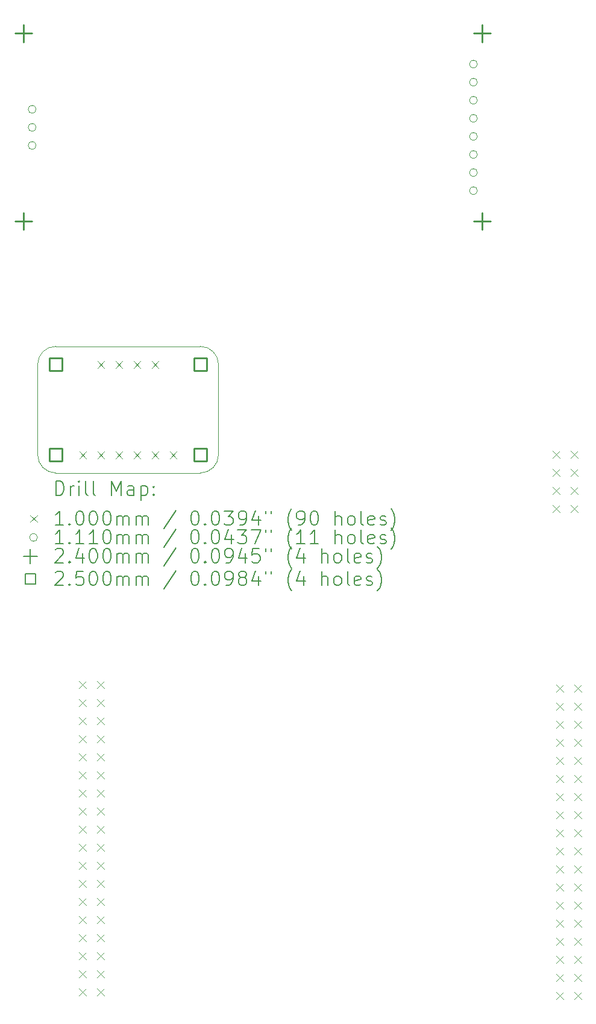
<source format=gbr>
%TF.GenerationSoftware,KiCad,Pcbnew,8.0.5*%
%TF.CreationDate,2024-11-09T14:32:33-07:00*%
%TF.ProjectId,Senior_Project_Schematic_Design,53656e69-6f72-45f5-9072-6f6a6563745f,rev?*%
%TF.SameCoordinates,Original*%
%TF.FileFunction,Drillmap*%
%TF.FilePolarity,Positive*%
%FSLAX45Y45*%
G04 Gerber Fmt 4.5, Leading zero omitted, Abs format (unit mm)*
G04 Created by KiCad (PCBNEW 8.0.5) date 2024-11-09 14:32:33*
%MOMM*%
%LPD*%
G01*
G04 APERTURE LIST*
%ADD10C,0.050000*%
%ADD11C,0.200000*%
%ADD12C,0.100000*%
%ADD13C,0.111000*%
%ADD14C,0.240000*%
%ADD15C,0.250000*%
G04 APERTURE END LIST*
D10*
X4365000Y-8280000D02*
X4365000Y-9550000D01*
X4619000Y-9804000D02*
X6651000Y-9804000D01*
X6651000Y-8026000D02*
X4619000Y-8026000D01*
X6905000Y-9550000D02*
X6905000Y-8280000D01*
X4365000Y-8280000D02*
G75*
G02*
X4619000Y-8026000I254000J0D01*
G01*
X4619000Y-9804000D02*
G75*
G02*
X4365000Y-9550000I0J254000D01*
G01*
X6651000Y-8026000D02*
G75*
G02*
X6905000Y-8280000I0J-254000D01*
G01*
X6905000Y-9550000D02*
G75*
G02*
X6651000Y-9804000I-254000J0D01*
G01*
D11*
D12*
X4946000Y-12732000D02*
X5046000Y-12832000D01*
X5046000Y-12732000D02*
X4946000Y-12832000D01*
X4946000Y-12986000D02*
X5046000Y-13086000D01*
X5046000Y-12986000D02*
X4946000Y-13086000D01*
X4946000Y-13240000D02*
X5046000Y-13340000D01*
X5046000Y-13240000D02*
X4946000Y-13340000D01*
X4946000Y-13494000D02*
X5046000Y-13594000D01*
X5046000Y-13494000D02*
X4946000Y-13594000D01*
X4946000Y-13748000D02*
X5046000Y-13848000D01*
X5046000Y-13748000D02*
X4946000Y-13848000D01*
X4946000Y-14002000D02*
X5046000Y-14102000D01*
X5046000Y-14002000D02*
X4946000Y-14102000D01*
X4946000Y-14256000D02*
X5046000Y-14356000D01*
X5046000Y-14256000D02*
X4946000Y-14356000D01*
X4946000Y-14510000D02*
X5046000Y-14610000D01*
X5046000Y-14510000D02*
X4946000Y-14610000D01*
X4946000Y-14764000D02*
X5046000Y-14864000D01*
X5046000Y-14764000D02*
X4946000Y-14864000D01*
X4946000Y-15018000D02*
X5046000Y-15118000D01*
X5046000Y-15018000D02*
X4946000Y-15118000D01*
X4946000Y-15272000D02*
X5046000Y-15372000D01*
X5046000Y-15272000D02*
X4946000Y-15372000D01*
X4946000Y-15526000D02*
X5046000Y-15626000D01*
X5046000Y-15526000D02*
X4946000Y-15626000D01*
X4946000Y-15780000D02*
X5046000Y-15880000D01*
X5046000Y-15780000D02*
X4946000Y-15880000D01*
X4946000Y-16034000D02*
X5046000Y-16134000D01*
X5046000Y-16034000D02*
X4946000Y-16134000D01*
X4946000Y-16288000D02*
X5046000Y-16388000D01*
X5046000Y-16288000D02*
X4946000Y-16388000D01*
X4946000Y-16542000D02*
X5046000Y-16642000D01*
X5046000Y-16542000D02*
X4946000Y-16642000D01*
X4946000Y-16796000D02*
X5046000Y-16896000D01*
X5046000Y-16796000D02*
X4946000Y-16896000D01*
X4946000Y-17050000D02*
X5046000Y-17150000D01*
X5046000Y-17050000D02*
X4946000Y-17150000D01*
X4950000Y-9500000D02*
X5050000Y-9600000D01*
X5050000Y-9500000D02*
X4950000Y-9600000D01*
X5200000Y-12732000D02*
X5300000Y-12832000D01*
X5300000Y-12732000D02*
X5200000Y-12832000D01*
X5200000Y-12986000D02*
X5300000Y-13086000D01*
X5300000Y-12986000D02*
X5200000Y-13086000D01*
X5200000Y-13240000D02*
X5300000Y-13340000D01*
X5300000Y-13240000D02*
X5200000Y-13340000D01*
X5200000Y-13494000D02*
X5300000Y-13594000D01*
X5300000Y-13494000D02*
X5200000Y-13594000D01*
X5200000Y-13748000D02*
X5300000Y-13848000D01*
X5300000Y-13748000D02*
X5200000Y-13848000D01*
X5200000Y-14002000D02*
X5300000Y-14102000D01*
X5300000Y-14002000D02*
X5200000Y-14102000D01*
X5200000Y-14256000D02*
X5300000Y-14356000D01*
X5300000Y-14256000D02*
X5200000Y-14356000D01*
X5200000Y-14510000D02*
X5300000Y-14610000D01*
X5300000Y-14510000D02*
X5200000Y-14610000D01*
X5200000Y-14764000D02*
X5300000Y-14864000D01*
X5300000Y-14764000D02*
X5200000Y-14864000D01*
X5200000Y-15018000D02*
X5300000Y-15118000D01*
X5300000Y-15018000D02*
X5200000Y-15118000D01*
X5200000Y-15272000D02*
X5300000Y-15372000D01*
X5300000Y-15272000D02*
X5200000Y-15372000D01*
X5200000Y-15526000D02*
X5300000Y-15626000D01*
X5300000Y-15526000D02*
X5200000Y-15626000D01*
X5200000Y-15780000D02*
X5300000Y-15880000D01*
X5300000Y-15780000D02*
X5200000Y-15880000D01*
X5200000Y-16034000D02*
X5300000Y-16134000D01*
X5300000Y-16034000D02*
X5200000Y-16134000D01*
X5200000Y-16288000D02*
X5300000Y-16388000D01*
X5300000Y-16288000D02*
X5200000Y-16388000D01*
X5200000Y-16542000D02*
X5300000Y-16642000D01*
X5300000Y-16542000D02*
X5200000Y-16642000D01*
X5200000Y-16796000D02*
X5300000Y-16896000D01*
X5300000Y-16796000D02*
X5200000Y-16896000D01*
X5200000Y-17050000D02*
X5300000Y-17150000D01*
X5300000Y-17050000D02*
X5200000Y-17150000D01*
X5204000Y-8230000D02*
X5304000Y-8330000D01*
X5304000Y-8230000D02*
X5204000Y-8330000D01*
X5204000Y-9500000D02*
X5304000Y-9600000D01*
X5304000Y-9500000D02*
X5204000Y-9600000D01*
X5458000Y-8230000D02*
X5558000Y-8330000D01*
X5558000Y-8230000D02*
X5458000Y-8330000D01*
X5458000Y-9500000D02*
X5558000Y-9600000D01*
X5558000Y-9500000D02*
X5458000Y-9600000D01*
X5712000Y-8230000D02*
X5812000Y-8330000D01*
X5812000Y-8230000D02*
X5712000Y-8330000D01*
X5712000Y-9500000D02*
X5812000Y-9600000D01*
X5812000Y-9500000D02*
X5712000Y-9600000D01*
X5966000Y-8230000D02*
X6066000Y-8330000D01*
X6066000Y-8230000D02*
X5966000Y-8330000D01*
X5966000Y-9500000D02*
X6066000Y-9600000D01*
X6066000Y-9500000D02*
X5966000Y-9600000D01*
X6220000Y-9500000D02*
X6320000Y-9600000D01*
X6320000Y-9500000D02*
X6220000Y-9600000D01*
X11600000Y-9496000D02*
X11700000Y-9596000D01*
X11700000Y-9496000D02*
X11600000Y-9596000D01*
X11600000Y-9750000D02*
X11700000Y-9850000D01*
X11700000Y-9750000D02*
X11600000Y-9850000D01*
X11600000Y-10004000D02*
X11700000Y-10104000D01*
X11700000Y-10004000D02*
X11600000Y-10104000D01*
X11600000Y-10258000D02*
X11700000Y-10358000D01*
X11700000Y-10258000D02*
X11600000Y-10358000D01*
X11650000Y-12780000D02*
X11750000Y-12880000D01*
X11750000Y-12780000D02*
X11650000Y-12880000D01*
X11650000Y-13034000D02*
X11750000Y-13134000D01*
X11750000Y-13034000D02*
X11650000Y-13134000D01*
X11650000Y-13288000D02*
X11750000Y-13388000D01*
X11750000Y-13288000D02*
X11650000Y-13388000D01*
X11650000Y-13542000D02*
X11750000Y-13642000D01*
X11750000Y-13542000D02*
X11650000Y-13642000D01*
X11650000Y-13796000D02*
X11750000Y-13896000D01*
X11750000Y-13796000D02*
X11650000Y-13896000D01*
X11650000Y-14050000D02*
X11750000Y-14150000D01*
X11750000Y-14050000D02*
X11650000Y-14150000D01*
X11650000Y-14304000D02*
X11750000Y-14404000D01*
X11750000Y-14304000D02*
X11650000Y-14404000D01*
X11650000Y-14558000D02*
X11750000Y-14658000D01*
X11750000Y-14558000D02*
X11650000Y-14658000D01*
X11650000Y-14812000D02*
X11750000Y-14912000D01*
X11750000Y-14812000D02*
X11650000Y-14912000D01*
X11650000Y-15066000D02*
X11750000Y-15166000D01*
X11750000Y-15066000D02*
X11650000Y-15166000D01*
X11650000Y-15320000D02*
X11750000Y-15420000D01*
X11750000Y-15320000D02*
X11650000Y-15420000D01*
X11650000Y-15574000D02*
X11750000Y-15674000D01*
X11750000Y-15574000D02*
X11650000Y-15674000D01*
X11650000Y-15828000D02*
X11750000Y-15928000D01*
X11750000Y-15828000D02*
X11650000Y-15928000D01*
X11650000Y-16082000D02*
X11750000Y-16182000D01*
X11750000Y-16082000D02*
X11650000Y-16182000D01*
X11650000Y-16336000D02*
X11750000Y-16436000D01*
X11750000Y-16336000D02*
X11650000Y-16436000D01*
X11650000Y-16590000D02*
X11750000Y-16690000D01*
X11750000Y-16590000D02*
X11650000Y-16690000D01*
X11650000Y-16844000D02*
X11750000Y-16944000D01*
X11750000Y-16844000D02*
X11650000Y-16944000D01*
X11650000Y-17098000D02*
X11750000Y-17198000D01*
X11750000Y-17098000D02*
X11650000Y-17198000D01*
X11854000Y-9496000D02*
X11954000Y-9596000D01*
X11954000Y-9496000D02*
X11854000Y-9596000D01*
X11854000Y-9750000D02*
X11954000Y-9850000D01*
X11954000Y-9750000D02*
X11854000Y-9850000D01*
X11854000Y-10004000D02*
X11954000Y-10104000D01*
X11954000Y-10004000D02*
X11854000Y-10104000D01*
X11854000Y-10258000D02*
X11954000Y-10358000D01*
X11954000Y-10258000D02*
X11854000Y-10358000D01*
X11904000Y-12780000D02*
X12004000Y-12880000D01*
X12004000Y-12780000D02*
X11904000Y-12880000D01*
X11904000Y-13034000D02*
X12004000Y-13134000D01*
X12004000Y-13034000D02*
X11904000Y-13134000D01*
X11904000Y-13288000D02*
X12004000Y-13388000D01*
X12004000Y-13288000D02*
X11904000Y-13388000D01*
X11904000Y-13542000D02*
X12004000Y-13642000D01*
X12004000Y-13542000D02*
X11904000Y-13642000D01*
X11904000Y-13796000D02*
X12004000Y-13896000D01*
X12004000Y-13796000D02*
X11904000Y-13896000D01*
X11904000Y-14050000D02*
X12004000Y-14150000D01*
X12004000Y-14050000D02*
X11904000Y-14150000D01*
X11904000Y-14304000D02*
X12004000Y-14404000D01*
X12004000Y-14304000D02*
X11904000Y-14404000D01*
X11904000Y-14558000D02*
X12004000Y-14658000D01*
X12004000Y-14558000D02*
X11904000Y-14658000D01*
X11904000Y-14812000D02*
X12004000Y-14912000D01*
X12004000Y-14812000D02*
X11904000Y-14912000D01*
X11904000Y-15066000D02*
X12004000Y-15166000D01*
X12004000Y-15066000D02*
X11904000Y-15166000D01*
X11904000Y-15320000D02*
X12004000Y-15420000D01*
X12004000Y-15320000D02*
X11904000Y-15420000D01*
X11904000Y-15574000D02*
X12004000Y-15674000D01*
X12004000Y-15574000D02*
X11904000Y-15674000D01*
X11904000Y-15828000D02*
X12004000Y-15928000D01*
X12004000Y-15828000D02*
X11904000Y-15928000D01*
X11904000Y-16082000D02*
X12004000Y-16182000D01*
X12004000Y-16082000D02*
X11904000Y-16182000D01*
X11904000Y-16336000D02*
X12004000Y-16436000D01*
X12004000Y-16336000D02*
X11904000Y-16436000D01*
X11904000Y-16590000D02*
X12004000Y-16690000D01*
X12004000Y-16590000D02*
X11904000Y-16690000D01*
X11904000Y-16844000D02*
X12004000Y-16944000D01*
X12004000Y-16844000D02*
X11904000Y-16944000D01*
X11904000Y-17098000D02*
X12004000Y-17198000D01*
X12004000Y-17098000D02*
X11904000Y-17198000D01*
D13*
X4343000Y-4696000D02*
G75*
G02*
X4232000Y-4696000I-55500J0D01*
G01*
X4232000Y-4696000D02*
G75*
G02*
X4343000Y-4696000I55500J0D01*
G01*
X4343000Y-4950000D02*
G75*
G02*
X4232000Y-4950000I-55500J0D01*
G01*
X4232000Y-4950000D02*
G75*
G02*
X4343000Y-4950000I55500J0D01*
G01*
X4343000Y-5204000D02*
G75*
G02*
X4232000Y-5204000I-55500J0D01*
G01*
X4232000Y-5204000D02*
G75*
G02*
X4343000Y-5204000I55500J0D01*
G01*
X10543000Y-4061000D02*
G75*
G02*
X10432000Y-4061000I-55500J0D01*
G01*
X10432000Y-4061000D02*
G75*
G02*
X10543000Y-4061000I55500J0D01*
G01*
X10543000Y-4315000D02*
G75*
G02*
X10432000Y-4315000I-55500J0D01*
G01*
X10432000Y-4315000D02*
G75*
G02*
X10543000Y-4315000I55500J0D01*
G01*
X10543000Y-4569000D02*
G75*
G02*
X10432000Y-4569000I-55500J0D01*
G01*
X10432000Y-4569000D02*
G75*
G02*
X10543000Y-4569000I55500J0D01*
G01*
X10543000Y-4823000D02*
G75*
G02*
X10432000Y-4823000I-55500J0D01*
G01*
X10432000Y-4823000D02*
G75*
G02*
X10543000Y-4823000I55500J0D01*
G01*
X10543000Y-5077000D02*
G75*
G02*
X10432000Y-5077000I-55500J0D01*
G01*
X10432000Y-5077000D02*
G75*
G02*
X10543000Y-5077000I55500J0D01*
G01*
X10543000Y-5331000D02*
G75*
G02*
X10432000Y-5331000I-55500J0D01*
G01*
X10432000Y-5331000D02*
G75*
G02*
X10543000Y-5331000I55500J0D01*
G01*
X10543000Y-5585000D02*
G75*
G02*
X10432000Y-5585000I-55500J0D01*
G01*
X10432000Y-5585000D02*
G75*
G02*
X10543000Y-5585000I55500J0D01*
G01*
X10543000Y-5839000D02*
G75*
G02*
X10432000Y-5839000I-55500J0D01*
G01*
X10432000Y-5839000D02*
G75*
G02*
X10543000Y-5839000I55500J0D01*
G01*
D14*
X4167500Y-3510000D02*
X4167500Y-3750000D01*
X4047500Y-3630000D02*
X4287500Y-3630000D01*
X4167500Y-6150000D02*
X4167500Y-6390000D01*
X4047500Y-6270000D02*
X4287500Y-6270000D01*
X10607500Y-3510000D02*
X10607500Y-3750000D01*
X10487500Y-3630000D02*
X10727500Y-3630000D01*
X10607500Y-6150000D02*
X10607500Y-6390000D01*
X10487500Y-6270000D02*
X10727500Y-6270000D01*
D15*
X4707389Y-8368389D02*
X4707389Y-8191611D01*
X4530611Y-8191611D01*
X4530611Y-8368389D01*
X4707389Y-8368389D01*
X4707389Y-9638389D02*
X4707389Y-9461611D01*
X4530611Y-9461611D01*
X4530611Y-9638389D01*
X4707389Y-9638389D01*
X6739389Y-8368389D02*
X6739389Y-8191611D01*
X6562611Y-8191611D01*
X6562611Y-8368389D01*
X6739389Y-8368389D01*
X6739389Y-9638389D02*
X6739389Y-9461611D01*
X6562611Y-9461611D01*
X6562611Y-9638389D01*
X6739389Y-9638389D01*
D11*
X4623277Y-10117984D02*
X4623277Y-9917984D01*
X4623277Y-9917984D02*
X4670896Y-9917984D01*
X4670896Y-9917984D02*
X4699467Y-9927508D01*
X4699467Y-9927508D02*
X4718515Y-9946555D01*
X4718515Y-9946555D02*
X4728039Y-9965603D01*
X4728039Y-9965603D02*
X4737563Y-10003698D01*
X4737563Y-10003698D02*
X4737563Y-10032270D01*
X4737563Y-10032270D02*
X4728039Y-10070365D01*
X4728039Y-10070365D02*
X4718515Y-10089412D01*
X4718515Y-10089412D02*
X4699467Y-10108460D01*
X4699467Y-10108460D02*
X4670896Y-10117984D01*
X4670896Y-10117984D02*
X4623277Y-10117984D01*
X4823277Y-10117984D02*
X4823277Y-9984650D01*
X4823277Y-10022746D02*
X4832801Y-10003698D01*
X4832801Y-10003698D02*
X4842324Y-9994174D01*
X4842324Y-9994174D02*
X4861372Y-9984650D01*
X4861372Y-9984650D02*
X4880420Y-9984650D01*
X4947086Y-10117984D02*
X4947086Y-9984650D01*
X4947086Y-9917984D02*
X4937563Y-9927508D01*
X4937563Y-9927508D02*
X4947086Y-9937031D01*
X4947086Y-9937031D02*
X4956610Y-9927508D01*
X4956610Y-9927508D02*
X4947086Y-9917984D01*
X4947086Y-9917984D02*
X4947086Y-9937031D01*
X5070896Y-10117984D02*
X5051848Y-10108460D01*
X5051848Y-10108460D02*
X5042324Y-10089412D01*
X5042324Y-10089412D02*
X5042324Y-9917984D01*
X5175658Y-10117984D02*
X5156610Y-10108460D01*
X5156610Y-10108460D02*
X5147086Y-10089412D01*
X5147086Y-10089412D02*
X5147086Y-9917984D01*
X5404229Y-10117984D02*
X5404229Y-9917984D01*
X5404229Y-9917984D02*
X5470896Y-10060841D01*
X5470896Y-10060841D02*
X5537563Y-9917984D01*
X5537563Y-9917984D02*
X5537563Y-10117984D01*
X5718515Y-10117984D02*
X5718515Y-10013222D01*
X5718515Y-10013222D02*
X5708991Y-9994174D01*
X5708991Y-9994174D02*
X5689943Y-9984650D01*
X5689943Y-9984650D02*
X5651848Y-9984650D01*
X5651848Y-9984650D02*
X5632801Y-9994174D01*
X5718515Y-10108460D02*
X5699467Y-10117984D01*
X5699467Y-10117984D02*
X5651848Y-10117984D01*
X5651848Y-10117984D02*
X5632801Y-10108460D01*
X5632801Y-10108460D02*
X5623277Y-10089412D01*
X5623277Y-10089412D02*
X5623277Y-10070365D01*
X5623277Y-10070365D02*
X5632801Y-10051317D01*
X5632801Y-10051317D02*
X5651848Y-10041793D01*
X5651848Y-10041793D02*
X5699467Y-10041793D01*
X5699467Y-10041793D02*
X5718515Y-10032270D01*
X5813753Y-9984650D02*
X5813753Y-10184650D01*
X5813753Y-9994174D02*
X5832801Y-9984650D01*
X5832801Y-9984650D02*
X5870896Y-9984650D01*
X5870896Y-9984650D02*
X5889943Y-9994174D01*
X5889943Y-9994174D02*
X5899467Y-10003698D01*
X5899467Y-10003698D02*
X5908991Y-10022746D01*
X5908991Y-10022746D02*
X5908991Y-10079889D01*
X5908991Y-10079889D02*
X5899467Y-10098936D01*
X5899467Y-10098936D02*
X5889943Y-10108460D01*
X5889943Y-10108460D02*
X5870896Y-10117984D01*
X5870896Y-10117984D02*
X5832801Y-10117984D01*
X5832801Y-10117984D02*
X5813753Y-10108460D01*
X5994705Y-10098936D02*
X6004229Y-10108460D01*
X6004229Y-10108460D02*
X5994705Y-10117984D01*
X5994705Y-10117984D02*
X5985182Y-10108460D01*
X5985182Y-10108460D02*
X5994705Y-10098936D01*
X5994705Y-10098936D02*
X5994705Y-10117984D01*
X5994705Y-9994174D02*
X6004229Y-10003698D01*
X6004229Y-10003698D02*
X5994705Y-10013222D01*
X5994705Y-10013222D02*
X5985182Y-10003698D01*
X5985182Y-10003698D02*
X5994705Y-9994174D01*
X5994705Y-9994174D02*
X5994705Y-10013222D01*
D12*
X4262500Y-10396500D02*
X4362500Y-10496500D01*
X4362500Y-10396500D02*
X4262500Y-10496500D01*
D11*
X4728039Y-10537984D02*
X4613753Y-10537984D01*
X4670896Y-10537984D02*
X4670896Y-10337984D01*
X4670896Y-10337984D02*
X4651848Y-10366555D01*
X4651848Y-10366555D02*
X4632801Y-10385603D01*
X4632801Y-10385603D02*
X4613753Y-10395127D01*
X4813753Y-10518936D02*
X4823277Y-10528460D01*
X4823277Y-10528460D02*
X4813753Y-10537984D01*
X4813753Y-10537984D02*
X4804229Y-10528460D01*
X4804229Y-10528460D02*
X4813753Y-10518936D01*
X4813753Y-10518936D02*
X4813753Y-10537984D01*
X4947086Y-10337984D02*
X4966134Y-10337984D01*
X4966134Y-10337984D02*
X4985182Y-10347508D01*
X4985182Y-10347508D02*
X4994705Y-10357031D01*
X4994705Y-10357031D02*
X5004229Y-10376079D01*
X5004229Y-10376079D02*
X5013753Y-10414174D01*
X5013753Y-10414174D02*
X5013753Y-10461793D01*
X5013753Y-10461793D02*
X5004229Y-10499889D01*
X5004229Y-10499889D02*
X4994705Y-10518936D01*
X4994705Y-10518936D02*
X4985182Y-10528460D01*
X4985182Y-10528460D02*
X4966134Y-10537984D01*
X4966134Y-10537984D02*
X4947086Y-10537984D01*
X4947086Y-10537984D02*
X4928039Y-10528460D01*
X4928039Y-10528460D02*
X4918515Y-10518936D01*
X4918515Y-10518936D02*
X4908991Y-10499889D01*
X4908991Y-10499889D02*
X4899467Y-10461793D01*
X4899467Y-10461793D02*
X4899467Y-10414174D01*
X4899467Y-10414174D02*
X4908991Y-10376079D01*
X4908991Y-10376079D02*
X4918515Y-10357031D01*
X4918515Y-10357031D02*
X4928039Y-10347508D01*
X4928039Y-10347508D02*
X4947086Y-10337984D01*
X5137563Y-10337984D02*
X5156610Y-10337984D01*
X5156610Y-10337984D02*
X5175658Y-10347508D01*
X5175658Y-10347508D02*
X5185182Y-10357031D01*
X5185182Y-10357031D02*
X5194705Y-10376079D01*
X5194705Y-10376079D02*
X5204229Y-10414174D01*
X5204229Y-10414174D02*
X5204229Y-10461793D01*
X5204229Y-10461793D02*
X5194705Y-10499889D01*
X5194705Y-10499889D02*
X5185182Y-10518936D01*
X5185182Y-10518936D02*
X5175658Y-10528460D01*
X5175658Y-10528460D02*
X5156610Y-10537984D01*
X5156610Y-10537984D02*
X5137563Y-10537984D01*
X5137563Y-10537984D02*
X5118515Y-10528460D01*
X5118515Y-10528460D02*
X5108991Y-10518936D01*
X5108991Y-10518936D02*
X5099467Y-10499889D01*
X5099467Y-10499889D02*
X5089944Y-10461793D01*
X5089944Y-10461793D02*
X5089944Y-10414174D01*
X5089944Y-10414174D02*
X5099467Y-10376079D01*
X5099467Y-10376079D02*
X5108991Y-10357031D01*
X5108991Y-10357031D02*
X5118515Y-10347508D01*
X5118515Y-10347508D02*
X5137563Y-10337984D01*
X5328039Y-10337984D02*
X5347086Y-10337984D01*
X5347086Y-10337984D02*
X5366134Y-10347508D01*
X5366134Y-10347508D02*
X5375658Y-10357031D01*
X5375658Y-10357031D02*
X5385182Y-10376079D01*
X5385182Y-10376079D02*
X5394705Y-10414174D01*
X5394705Y-10414174D02*
X5394705Y-10461793D01*
X5394705Y-10461793D02*
X5385182Y-10499889D01*
X5385182Y-10499889D02*
X5375658Y-10518936D01*
X5375658Y-10518936D02*
X5366134Y-10528460D01*
X5366134Y-10528460D02*
X5347086Y-10537984D01*
X5347086Y-10537984D02*
X5328039Y-10537984D01*
X5328039Y-10537984D02*
X5308991Y-10528460D01*
X5308991Y-10528460D02*
X5299467Y-10518936D01*
X5299467Y-10518936D02*
X5289944Y-10499889D01*
X5289944Y-10499889D02*
X5280420Y-10461793D01*
X5280420Y-10461793D02*
X5280420Y-10414174D01*
X5280420Y-10414174D02*
X5289944Y-10376079D01*
X5289944Y-10376079D02*
X5299467Y-10357031D01*
X5299467Y-10357031D02*
X5308991Y-10347508D01*
X5308991Y-10347508D02*
X5328039Y-10337984D01*
X5480420Y-10537984D02*
X5480420Y-10404650D01*
X5480420Y-10423698D02*
X5489944Y-10414174D01*
X5489944Y-10414174D02*
X5508991Y-10404650D01*
X5508991Y-10404650D02*
X5537563Y-10404650D01*
X5537563Y-10404650D02*
X5556610Y-10414174D01*
X5556610Y-10414174D02*
X5566134Y-10433222D01*
X5566134Y-10433222D02*
X5566134Y-10537984D01*
X5566134Y-10433222D02*
X5575658Y-10414174D01*
X5575658Y-10414174D02*
X5594705Y-10404650D01*
X5594705Y-10404650D02*
X5623277Y-10404650D01*
X5623277Y-10404650D02*
X5642324Y-10414174D01*
X5642324Y-10414174D02*
X5651848Y-10433222D01*
X5651848Y-10433222D02*
X5651848Y-10537984D01*
X5747086Y-10537984D02*
X5747086Y-10404650D01*
X5747086Y-10423698D02*
X5756610Y-10414174D01*
X5756610Y-10414174D02*
X5775658Y-10404650D01*
X5775658Y-10404650D02*
X5804229Y-10404650D01*
X5804229Y-10404650D02*
X5823277Y-10414174D01*
X5823277Y-10414174D02*
X5832801Y-10433222D01*
X5832801Y-10433222D02*
X5832801Y-10537984D01*
X5832801Y-10433222D02*
X5842324Y-10414174D01*
X5842324Y-10414174D02*
X5861372Y-10404650D01*
X5861372Y-10404650D02*
X5889943Y-10404650D01*
X5889943Y-10404650D02*
X5908991Y-10414174D01*
X5908991Y-10414174D02*
X5918515Y-10433222D01*
X5918515Y-10433222D02*
X5918515Y-10537984D01*
X6308991Y-10328460D02*
X6137563Y-10585603D01*
X6566134Y-10337984D02*
X6585182Y-10337984D01*
X6585182Y-10337984D02*
X6604229Y-10347508D01*
X6604229Y-10347508D02*
X6613753Y-10357031D01*
X6613753Y-10357031D02*
X6623277Y-10376079D01*
X6623277Y-10376079D02*
X6632801Y-10414174D01*
X6632801Y-10414174D02*
X6632801Y-10461793D01*
X6632801Y-10461793D02*
X6623277Y-10499889D01*
X6623277Y-10499889D02*
X6613753Y-10518936D01*
X6613753Y-10518936D02*
X6604229Y-10528460D01*
X6604229Y-10528460D02*
X6585182Y-10537984D01*
X6585182Y-10537984D02*
X6566134Y-10537984D01*
X6566134Y-10537984D02*
X6547086Y-10528460D01*
X6547086Y-10528460D02*
X6537563Y-10518936D01*
X6537563Y-10518936D02*
X6528039Y-10499889D01*
X6528039Y-10499889D02*
X6518515Y-10461793D01*
X6518515Y-10461793D02*
X6518515Y-10414174D01*
X6518515Y-10414174D02*
X6528039Y-10376079D01*
X6528039Y-10376079D02*
X6537563Y-10357031D01*
X6537563Y-10357031D02*
X6547086Y-10347508D01*
X6547086Y-10347508D02*
X6566134Y-10337984D01*
X6718515Y-10518936D02*
X6728039Y-10528460D01*
X6728039Y-10528460D02*
X6718515Y-10537984D01*
X6718515Y-10537984D02*
X6708991Y-10528460D01*
X6708991Y-10528460D02*
X6718515Y-10518936D01*
X6718515Y-10518936D02*
X6718515Y-10537984D01*
X6851848Y-10337984D02*
X6870896Y-10337984D01*
X6870896Y-10337984D02*
X6889944Y-10347508D01*
X6889944Y-10347508D02*
X6899467Y-10357031D01*
X6899467Y-10357031D02*
X6908991Y-10376079D01*
X6908991Y-10376079D02*
X6918515Y-10414174D01*
X6918515Y-10414174D02*
X6918515Y-10461793D01*
X6918515Y-10461793D02*
X6908991Y-10499889D01*
X6908991Y-10499889D02*
X6899467Y-10518936D01*
X6899467Y-10518936D02*
X6889944Y-10528460D01*
X6889944Y-10528460D02*
X6870896Y-10537984D01*
X6870896Y-10537984D02*
X6851848Y-10537984D01*
X6851848Y-10537984D02*
X6832801Y-10528460D01*
X6832801Y-10528460D02*
X6823277Y-10518936D01*
X6823277Y-10518936D02*
X6813753Y-10499889D01*
X6813753Y-10499889D02*
X6804229Y-10461793D01*
X6804229Y-10461793D02*
X6804229Y-10414174D01*
X6804229Y-10414174D02*
X6813753Y-10376079D01*
X6813753Y-10376079D02*
X6823277Y-10357031D01*
X6823277Y-10357031D02*
X6832801Y-10347508D01*
X6832801Y-10347508D02*
X6851848Y-10337984D01*
X6985182Y-10337984D02*
X7108991Y-10337984D01*
X7108991Y-10337984D02*
X7042325Y-10414174D01*
X7042325Y-10414174D02*
X7070896Y-10414174D01*
X7070896Y-10414174D02*
X7089944Y-10423698D01*
X7089944Y-10423698D02*
X7099467Y-10433222D01*
X7099467Y-10433222D02*
X7108991Y-10452270D01*
X7108991Y-10452270D02*
X7108991Y-10499889D01*
X7108991Y-10499889D02*
X7099467Y-10518936D01*
X7099467Y-10518936D02*
X7089944Y-10528460D01*
X7089944Y-10528460D02*
X7070896Y-10537984D01*
X7070896Y-10537984D02*
X7013753Y-10537984D01*
X7013753Y-10537984D02*
X6994706Y-10528460D01*
X6994706Y-10528460D02*
X6985182Y-10518936D01*
X7204229Y-10537984D02*
X7242325Y-10537984D01*
X7242325Y-10537984D02*
X7261372Y-10528460D01*
X7261372Y-10528460D02*
X7270896Y-10518936D01*
X7270896Y-10518936D02*
X7289944Y-10490365D01*
X7289944Y-10490365D02*
X7299467Y-10452270D01*
X7299467Y-10452270D02*
X7299467Y-10376079D01*
X7299467Y-10376079D02*
X7289944Y-10357031D01*
X7289944Y-10357031D02*
X7280420Y-10347508D01*
X7280420Y-10347508D02*
X7261372Y-10337984D01*
X7261372Y-10337984D02*
X7223277Y-10337984D01*
X7223277Y-10337984D02*
X7204229Y-10347508D01*
X7204229Y-10347508D02*
X7194706Y-10357031D01*
X7194706Y-10357031D02*
X7185182Y-10376079D01*
X7185182Y-10376079D02*
X7185182Y-10423698D01*
X7185182Y-10423698D02*
X7194706Y-10442746D01*
X7194706Y-10442746D02*
X7204229Y-10452270D01*
X7204229Y-10452270D02*
X7223277Y-10461793D01*
X7223277Y-10461793D02*
X7261372Y-10461793D01*
X7261372Y-10461793D02*
X7280420Y-10452270D01*
X7280420Y-10452270D02*
X7289944Y-10442746D01*
X7289944Y-10442746D02*
X7299467Y-10423698D01*
X7470896Y-10404650D02*
X7470896Y-10537984D01*
X7423277Y-10328460D02*
X7375658Y-10471317D01*
X7375658Y-10471317D02*
X7499467Y-10471317D01*
X7566134Y-10337984D02*
X7566134Y-10376079D01*
X7642325Y-10337984D02*
X7642325Y-10376079D01*
X7937563Y-10614174D02*
X7928039Y-10604650D01*
X7928039Y-10604650D02*
X7908991Y-10576079D01*
X7908991Y-10576079D02*
X7899468Y-10557031D01*
X7899468Y-10557031D02*
X7889944Y-10528460D01*
X7889944Y-10528460D02*
X7880420Y-10480841D01*
X7880420Y-10480841D02*
X7880420Y-10442746D01*
X7880420Y-10442746D02*
X7889944Y-10395127D01*
X7889944Y-10395127D02*
X7899468Y-10366555D01*
X7899468Y-10366555D02*
X7908991Y-10347508D01*
X7908991Y-10347508D02*
X7928039Y-10318936D01*
X7928039Y-10318936D02*
X7937563Y-10309412D01*
X8023277Y-10537984D02*
X8061372Y-10537984D01*
X8061372Y-10537984D02*
X8080420Y-10528460D01*
X8080420Y-10528460D02*
X8089944Y-10518936D01*
X8089944Y-10518936D02*
X8108991Y-10490365D01*
X8108991Y-10490365D02*
X8118515Y-10452270D01*
X8118515Y-10452270D02*
X8118515Y-10376079D01*
X8118515Y-10376079D02*
X8108991Y-10357031D01*
X8108991Y-10357031D02*
X8099468Y-10347508D01*
X8099468Y-10347508D02*
X8080420Y-10337984D01*
X8080420Y-10337984D02*
X8042325Y-10337984D01*
X8042325Y-10337984D02*
X8023277Y-10347508D01*
X8023277Y-10347508D02*
X8013753Y-10357031D01*
X8013753Y-10357031D02*
X8004229Y-10376079D01*
X8004229Y-10376079D02*
X8004229Y-10423698D01*
X8004229Y-10423698D02*
X8013753Y-10442746D01*
X8013753Y-10442746D02*
X8023277Y-10452270D01*
X8023277Y-10452270D02*
X8042325Y-10461793D01*
X8042325Y-10461793D02*
X8080420Y-10461793D01*
X8080420Y-10461793D02*
X8099468Y-10452270D01*
X8099468Y-10452270D02*
X8108991Y-10442746D01*
X8108991Y-10442746D02*
X8118515Y-10423698D01*
X8242325Y-10337984D02*
X8261372Y-10337984D01*
X8261372Y-10337984D02*
X8280420Y-10347508D01*
X8280420Y-10347508D02*
X8289944Y-10357031D01*
X8289944Y-10357031D02*
X8299468Y-10376079D01*
X8299468Y-10376079D02*
X8308991Y-10414174D01*
X8308991Y-10414174D02*
X8308991Y-10461793D01*
X8308991Y-10461793D02*
X8299468Y-10499889D01*
X8299468Y-10499889D02*
X8289944Y-10518936D01*
X8289944Y-10518936D02*
X8280420Y-10528460D01*
X8280420Y-10528460D02*
X8261372Y-10537984D01*
X8261372Y-10537984D02*
X8242325Y-10537984D01*
X8242325Y-10537984D02*
X8223277Y-10528460D01*
X8223277Y-10528460D02*
X8213753Y-10518936D01*
X8213753Y-10518936D02*
X8204229Y-10499889D01*
X8204229Y-10499889D02*
X8194706Y-10461793D01*
X8194706Y-10461793D02*
X8194706Y-10414174D01*
X8194706Y-10414174D02*
X8204229Y-10376079D01*
X8204229Y-10376079D02*
X8213753Y-10357031D01*
X8213753Y-10357031D02*
X8223277Y-10347508D01*
X8223277Y-10347508D02*
X8242325Y-10337984D01*
X8547087Y-10537984D02*
X8547087Y-10337984D01*
X8632801Y-10537984D02*
X8632801Y-10433222D01*
X8632801Y-10433222D02*
X8623277Y-10414174D01*
X8623277Y-10414174D02*
X8604230Y-10404650D01*
X8604230Y-10404650D02*
X8575658Y-10404650D01*
X8575658Y-10404650D02*
X8556611Y-10414174D01*
X8556611Y-10414174D02*
X8547087Y-10423698D01*
X8756611Y-10537984D02*
X8737563Y-10528460D01*
X8737563Y-10528460D02*
X8728039Y-10518936D01*
X8728039Y-10518936D02*
X8718515Y-10499889D01*
X8718515Y-10499889D02*
X8718515Y-10442746D01*
X8718515Y-10442746D02*
X8728039Y-10423698D01*
X8728039Y-10423698D02*
X8737563Y-10414174D01*
X8737563Y-10414174D02*
X8756611Y-10404650D01*
X8756611Y-10404650D02*
X8785182Y-10404650D01*
X8785182Y-10404650D02*
X8804230Y-10414174D01*
X8804230Y-10414174D02*
X8813753Y-10423698D01*
X8813753Y-10423698D02*
X8823277Y-10442746D01*
X8823277Y-10442746D02*
X8823277Y-10499889D01*
X8823277Y-10499889D02*
X8813753Y-10518936D01*
X8813753Y-10518936D02*
X8804230Y-10528460D01*
X8804230Y-10528460D02*
X8785182Y-10537984D01*
X8785182Y-10537984D02*
X8756611Y-10537984D01*
X8937563Y-10537984D02*
X8918515Y-10528460D01*
X8918515Y-10528460D02*
X8908992Y-10509412D01*
X8908992Y-10509412D02*
X8908992Y-10337984D01*
X9089944Y-10528460D02*
X9070896Y-10537984D01*
X9070896Y-10537984D02*
X9032801Y-10537984D01*
X9032801Y-10537984D02*
X9013753Y-10528460D01*
X9013753Y-10528460D02*
X9004230Y-10509412D01*
X9004230Y-10509412D02*
X9004230Y-10433222D01*
X9004230Y-10433222D02*
X9013753Y-10414174D01*
X9013753Y-10414174D02*
X9032801Y-10404650D01*
X9032801Y-10404650D02*
X9070896Y-10404650D01*
X9070896Y-10404650D02*
X9089944Y-10414174D01*
X9089944Y-10414174D02*
X9099468Y-10433222D01*
X9099468Y-10433222D02*
X9099468Y-10452270D01*
X9099468Y-10452270D02*
X9004230Y-10471317D01*
X9175658Y-10528460D02*
X9194706Y-10537984D01*
X9194706Y-10537984D02*
X9232801Y-10537984D01*
X9232801Y-10537984D02*
X9251849Y-10528460D01*
X9251849Y-10528460D02*
X9261373Y-10509412D01*
X9261373Y-10509412D02*
X9261373Y-10499889D01*
X9261373Y-10499889D02*
X9251849Y-10480841D01*
X9251849Y-10480841D02*
X9232801Y-10471317D01*
X9232801Y-10471317D02*
X9204230Y-10471317D01*
X9204230Y-10471317D02*
X9185182Y-10461793D01*
X9185182Y-10461793D02*
X9175658Y-10442746D01*
X9175658Y-10442746D02*
X9175658Y-10433222D01*
X9175658Y-10433222D02*
X9185182Y-10414174D01*
X9185182Y-10414174D02*
X9204230Y-10404650D01*
X9204230Y-10404650D02*
X9232801Y-10404650D01*
X9232801Y-10404650D02*
X9251849Y-10414174D01*
X9328039Y-10614174D02*
X9337563Y-10604650D01*
X9337563Y-10604650D02*
X9356611Y-10576079D01*
X9356611Y-10576079D02*
X9366134Y-10557031D01*
X9366134Y-10557031D02*
X9375658Y-10528460D01*
X9375658Y-10528460D02*
X9385182Y-10480841D01*
X9385182Y-10480841D02*
X9385182Y-10442746D01*
X9385182Y-10442746D02*
X9375658Y-10395127D01*
X9375658Y-10395127D02*
X9366134Y-10366555D01*
X9366134Y-10366555D02*
X9356611Y-10347508D01*
X9356611Y-10347508D02*
X9337563Y-10318936D01*
X9337563Y-10318936D02*
X9328039Y-10309412D01*
D13*
X4362500Y-10710500D02*
G75*
G02*
X4251500Y-10710500I-55500J0D01*
G01*
X4251500Y-10710500D02*
G75*
G02*
X4362500Y-10710500I55500J0D01*
G01*
D11*
X4728039Y-10801984D02*
X4613753Y-10801984D01*
X4670896Y-10801984D02*
X4670896Y-10601984D01*
X4670896Y-10601984D02*
X4651848Y-10630555D01*
X4651848Y-10630555D02*
X4632801Y-10649603D01*
X4632801Y-10649603D02*
X4613753Y-10659127D01*
X4813753Y-10782936D02*
X4823277Y-10792460D01*
X4823277Y-10792460D02*
X4813753Y-10801984D01*
X4813753Y-10801984D02*
X4804229Y-10792460D01*
X4804229Y-10792460D02*
X4813753Y-10782936D01*
X4813753Y-10782936D02*
X4813753Y-10801984D01*
X5013753Y-10801984D02*
X4899467Y-10801984D01*
X4956610Y-10801984D02*
X4956610Y-10601984D01*
X4956610Y-10601984D02*
X4937563Y-10630555D01*
X4937563Y-10630555D02*
X4918515Y-10649603D01*
X4918515Y-10649603D02*
X4899467Y-10659127D01*
X5204229Y-10801984D02*
X5089944Y-10801984D01*
X5147086Y-10801984D02*
X5147086Y-10601984D01*
X5147086Y-10601984D02*
X5128039Y-10630555D01*
X5128039Y-10630555D02*
X5108991Y-10649603D01*
X5108991Y-10649603D02*
X5089944Y-10659127D01*
X5328039Y-10601984D02*
X5347086Y-10601984D01*
X5347086Y-10601984D02*
X5366134Y-10611508D01*
X5366134Y-10611508D02*
X5375658Y-10621031D01*
X5375658Y-10621031D02*
X5385182Y-10640079D01*
X5385182Y-10640079D02*
X5394705Y-10678174D01*
X5394705Y-10678174D02*
X5394705Y-10725793D01*
X5394705Y-10725793D02*
X5385182Y-10763889D01*
X5385182Y-10763889D02*
X5375658Y-10782936D01*
X5375658Y-10782936D02*
X5366134Y-10792460D01*
X5366134Y-10792460D02*
X5347086Y-10801984D01*
X5347086Y-10801984D02*
X5328039Y-10801984D01*
X5328039Y-10801984D02*
X5308991Y-10792460D01*
X5308991Y-10792460D02*
X5299467Y-10782936D01*
X5299467Y-10782936D02*
X5289944Y-10763889D01*
X5289944Y-10763889D02*
X5280420Y-10725793D01*
X5280420Y-10725793D02*
X5280420Y-10678174D01*
X5280420Y-10678174D02*
X5289944Y-10640079D01*
X5289944Y-10640079D02*
X5299467Y-10621031D01*
X5299467Y-10621031D02*
X5308991Y-10611508D01*
X5308991Y-10611508D02*
X5328039Y-10601984D01*
X5480420Y-10801984D02*
X5480420Y-10668650D01*
X5480420Y-10687698D02*
X5489944Y-10678174D01*
X5489944Y-10678174D02*
X5508991Y-10668650D01*
X5508991Y-10668650D02*
X5537563Y-10668650D01*
X5537563Y-10668650D02*
X5556610Y-10678174D01*
X5556610Y-10678174D02*
X5566134Y-10697222D01*
X5566134Y-10697222D02*
X5566134Y-10801984D01*
X5566134Y-10697222D02*
X5575658Y-10678174D01*
X5575658Y-10678174D02*
X5594705Y-10668650D01*
X5594705Y-10668650D02*
X5623277Y-10668650D01*
X5623277Y-10668650D02*
X5642324Y-10678174D01*
X5642324Y-10678174D02*
X5651848Y-10697222D01*
X5651848Y-10697222D02*
X5651848Y-10801984D01*
X5747086Y-10801984D02*
X5747086Y-10668650D01*
X5747086Y-10687698D02*
X5756610Y-10678174D01*
X5756610Y-10678174D02*
X5775658Y-10668650D01*
X5775658Y-10668650D02*
X5804229Y-10668650D01*
X5804229Y-10668650D02*
X5823277Y-10678174D01*
X5823277Y-10678174D02*
X5832801Y-10697222D01*
X5832801Y-10697222D02*
X5832801Y-10801984D01*
X5832801Y-10697222D02*
X5842324Y-10678174D01*
X5842324Y-10678174D02*
X5861372Y-10668650D01*
X5861372Y-10668650D02*
X5889943Y-10668650D01*
X5889943Y-10668650D02*
X5908991Y-10678174D01*
X5908991Y-10678174D02*
X5918515Y-10697222D01*
X5918515Y-10697222D02*
X5918515Y-10801984D01*
X6308991Y-10592460D02*
X6137563Y-10849603D01*
X6566134Y-10601984D02*
X6585182Y-10601984D01*
X6585182Y-10601984D02*
X6604229Y-10611508D01*
X6604229Y-10611508D02*
X6613753Y-10621031D01*
X6613753Y-10621031D02*
X6623277Y-10640079D01*
X6623277Y-10640079D02*
X6632801Y-10678174D01*
X6632801Y-10678174D02*
X6632801Y-10725793D01*
X6632801Y-10725793D02*
X6623277Y-10763889D01*
X6623277Y-10763889D02*
X6613753Y-10782936D01*
X6613753Y-10782936D02*
X6604229Y-10792460D01*
X6604229Y-10792460D02*
X6585182Y-10801984D01*
X6585182Y-10801984D02*
X6566134Y-10801984D01*
X6566134Y-10801984D02*
X6547086Y-10792460D01*
X6547086Y-10792460D02*
X6537563Y-10782936D01*
X6537563Y-10782936D02*
X6528039Y-10763889D01*
X6528039Y-10763889D02*
X6518515Y-10725793D01*
X6518515Y-10725793D02*
X6518515Y-10678174D01*
X6518515Y-10678174D02*
X6528039Y-10640079D01*
X6528039Y-10640079D02*
X6537563Y-10621031D01*
X6537563Y-10621031D02*
X6547086Y-10611508D01*
X6547086Y-10611508D02*
X6566134Y-10601984D01*
X6718515Y-10782936D02*
X6728039Y-10792460D01*
X6728039Y-10792460D02*
X6718515Y-10801984D01*
X6718515Y-10801984D02*
X6708991Y-10792460D01*
X6708991Y-10792460D02*
X6718515Y-10782936D01*
X6718515Y-10782936D02*
X6718515Y-10801984D01*
X6851848Y-10601984D02*
X6870896Y-10601984D01*
X6870896Y-10601984D02*
X6889944Y-10611508D01*
X6889944Y-10611508D02*
X6899467Y-10621031D01*
X6899467Y-10621031D02*
X6908991Y-10640079D01*
X6908991Y-10640079D02*
X6918515Y-10678174D01*
X6918515Y-10678174D02*
X6918515Y-10725793D01*
X6918515Y-10725793D02*
X6908991Y-10763889D01*
X6908991Y-10763889D02*
X6899467Y-10782936D01*
X6899467Y-10782936D02*
X6889944Y-10792460D01*
X6889944Y-10792460D02*
X6870896Y-10801984D01*
X6870896Y-10801984D02*
X6851848Y-10801984D01*
X6851848Y-10801984D02*
X6832801Y-10792460D01*
X6832801Y-10792460D02*
X6823277Y-10782936D01*
X6823277Y-10782936D02*
X6813753Y-10763889D01*
X6813753Y-10763889D02*
X6804229Y-10725793D01*
X6804229Y-10725793D02*
X6804229Y-10678174D01*
X6804229Y-10678174D02*
X6813753Y-10640079D01*
X6813753Y-10640079D02*
X6823277Y-10621031D01*
X6823277Y-10621031D02*
X6832801Y-10611508D01*
X6832801Y-10611508D02*
X6851848Y-10601984D01*
X7089944Y-10668650D02*
X7089944Y-10801984D01*
X7042325Y-10592460D02*
X6994706Y-10735317D01*
X6994706Y-10735317D02*
X7118515Y-10735317D01*
X7175658Y-10601984D02*
X7299467Y-10601984D01*
X7299467Y-10601984D02*
X7232801Y-10678174D01*
X7232801Y-10678174D02*
X7261372Y-10678174D01*
X7261372Y-10678174D02*
X7280420Y-10687698D01*
X7280420Y-10687698D02*
X7289944Y-10697222D01*
X7289944Y-10697222D02*
X7299467Y-10716270D01*
X7299467Y-10716270D02*
X7299467Y-10763889D01*
X7299467Y-10763889D02*
X7289944Y-10782936D01*
X7289944Y-10782936D02*
X7280420Y-10792460D01*
X7280420Y-10792460D02*
X7261372Y-10801984D01*
X7261372Y-10801984D02*
X7204229Y-10801984D01*
X7204229Y-10801984D02*
X7185182Y-10792460D01*
X7185182Y-10792460D02*
X7175658Y-10782936D01*
X7366134Y-10601984D02*
X7499467Y-10601984D01*
X7499467Y-10601984D02*
X7413753Y-10801984D01*
X7566134Y-10601984D02*
X7566134Y-10640079D01*
X7642325Y-10601984D02*
X7642325Y-10640079D01*
X7937563Y-10878174D02*
X7928039Y-10868650D01*
X7928039Y-10868650D02*
X7908991Y-10840079D01*
X7908991Y-10840079D02*
X7899468Y-10821031D01*
X7899468Y-10821031D02*
X7889944Y-10792460D01*
X7889944Y-10792460D02*
X7880420Y-10744841D01*
X7880420Y-10744841D02*
X7880420Y-10706746D01*
X7880420Y-10706746D02*
X7889944Y-10659127D01*
X7889944Y-10659127D02*
X7899468Y-10630555D01*
X7899468Y-10630555D02*
X7908991Y-10611508D01*
X7908991Y-10611508D02*
X7928039Y-10582936D01*
X7928039Y-10582936D02*
X7937563Y-10573412D01*
X8118515Y-10801984D02*
X8004229Y-10801984D01*
X8061372Y-10801984D02*
X8061372Y-10601984D01*
X8061372Y-10601984D02*
X8042325Y-10630555D01*
X8042325Y-10630555D02*
X8023277Y-10649603D01*
X8023277Y-10649603D02*
X8004229Y-10659127D01*
X8308991Y-10801984D02*
X8194706Y-10801984D01*
X8251848Y-10801984D02*
X8251848Y-10601984D01*
X8251848Y-10601984D02*
X8232801Y-10630555D01*
X8232801Y-10630555D02*
X8213753Y-10649603D01*
X8213753Y-10649603D02*
X8194706Y-10659127D01*
X8547087Y-10801984D02*
X8547087Y-10601984D01*
X8632801Y-10801984D02*
X8632801Y-10697222D01*
X8632801Y-10697222D02*
X8623277Y-10678174D01*
X8623277Y-10678174D02*
X8604230Y-10668650D01*
X8604230Y-10668650D02*
X8575658Y-10668650D01*
X8575658Y-10668650D02*
X8556611Y-10678174D01*
X8556611Y-10678174D02*
X8547087Y-10687698D01*
X8756611Y-10801984D02*
X8737563Y-10792460D01*
X8737563Y-10792460D02*
X8728039Y-10782936D01*
X8728039Y-10782936D02*
X8718515Y-10763889D01*
X8718515Y-10763889D02*
X8718515Y-10706746D01*
X8718515Y-10706746D02*
X8728039Y-10687698D01*
X8728039Y-10687698D02*
X8737563Y-10678174D01*
X8737563Y-10678174D02*
X8756611Y-10668650D01*
X8756611Y-10668650D02*
X8785182Y-10668650D01*
X8785182Y-10668650D02*
X8804230Y-10678174D01*
X8804230Y-10678174D02*
X8813753Y-10687698D01*
X8813753Y-10687698D02*
X8823277Y-10706746D01*
X8823277Y-10706746D02*
X8823277Y-10763889D01*
X8823277Y-10763889D02*
X8813753Y-10782936D01*
X8813753Y-10782936D02*
X8804230Y-10792460D01*
X8804230Y-10792460D02*
X8785182Y-10801984D01*
X8785182Y-10801984D02*
X8756611Y-10801984D01*
X8937563Y-10801984D02*
X8918515Y-10792460D01*
X8918515Y-10792460D02*
X8908992Y-10773412D01*
X8908992Y-10773412D02*
X8908992Y-10601984D01*
X9089944Y-10792460D02*
X9070896Y-10801984D01*
X9070896Y-10801984D02*
X9032801Y-10801984D01*
X9032801Y-10801984D02*
X9013753Y-10792460D01*
X9013753Y-10792460D02*
X9004230Y-10773412D01*
X9004230Y-10773412D02*
X9004230Y-10697222D01*
X9004230Y-10697222D02*
X9013753Y-10678174D01*
X9013753Y-10678174D02*
X9032801Y-10668650D01*
X9032801Y-10668650D02*
X9070896Y-10668650D01*
X9070896Y-10668650D02*
X9089944Y-10678174D01*
X9089944Y-10678174D02*
X9099468Y-10697222D01*
X9099468Y-10697222D02*
X9099468Y-10716270D01*
X9099468Y-10716270D02*
X9004230Y-10735317D01*
X9175658Y-10792460D02*
X9194706Y-10801984D01*
X9194706Y-10801984D02*
X9232801Y-10801984D01*
X9232801Y-10801984D02*
X9251849Y-10792460D01*
X9251849Y-10792460D02*
X9261373Y-10773412D01*
X9261373Y-10773412D02*
X9261373Y-10763889D01*
X9261373Y-10763889D02*
X9251849Y-10744841D01*
X9251849Y-10744841D02*
X9232801Y-10735317D01*
X9232801Y-10735317D02*
X9204230Y-10735317D01*
X9204230Y-10735317D02*
X9185182Y-10725793D01*
X9185182Y-10725793D02*
X9175658Y-10706746D01*
X9175658Y-10706746D02*
X9175658Y-10697222D01*
X9175658Y-10697222D02*
X9185182Y-10678174D01*
X9185182Y-10678174D02*
X9204230Y-10668650D01*
X9204230Y-10668650D02*
X9232801Y-10668650D01*
X9232801Y-10668650D02*
X9251849Y-10678174D01*
X9328039Y-10878174D02*
X9337563Y-10868650D01*
X9337563Y-10868650D02*
X9356611Y-10840079D01*
X9356611Y-10840079D02*
X9366134Y-10821031D01*
X9366134Y-10821031D02*
X9375658Y-10792460D01*
X9375658Y-10792460D02*
X9385182Y-10744841D01*
X9385182Y-10744841D02*
X9385182Y-10706746D01*
X9385182Y-10706746D02*
X9375658Y-10659127D01*
X9375658Y-10659127D02*
X9366134Y-10630555D01*
X9366134Y-10630555D02*
X9356611Y-10611508D01*
X9356611Y-10611508D02*
X9337563Y-10582936D01*
X9337563Y-10582936D02*
X9328039Y-10573412D01*
X4262500Y-10874500D02*
X4262500Y-11074500D01*
X4162500Y-10974500D02*
X4362500Y-10974500D01*
X4613753Y-10885031D02*
X4623277Y-10875508D01*
X4623277Y-10875508D02*
X4642324Y-10865984D01*
X4642324Y-10865984D02*
X4689944Y-10865984D01*
X4689944Y-10865984D02*
X4708991Y-10875508D01*
X4708991Y-10875508D02*
X4718515Y-10885031D01*
X4718515Y-10885031D02*
X4728039Y-10904079D01*
X4728039Y-10904079D02*
X4728039Y-10923127D01*
X4728039Y-10923127D02*
X4718515Y-10951698D01*
X4718515Y-10951698D02*
X4604229Y-11065984D01*
X4604229Y-11065984D02*
X4728039Y-11065984D01*
X4813753Y-11046936D02*
X4823277Y-11056460D01*
X4823277Y-11056460D02*
X4813753Y-11065984D01*
X4813753Y-11065984D02*
X4804229Y-11056460D01*
X4804229Y-11056460D02*
X4813753Y-11046936D01*
X4813753Y-11046936D02*
X4813753Y-11065984D01*
X4994705Y-10932650D02*
X4994705Y-11065984D01*
X4947086Y-10856460D02*
X4899467Y-10999317D01*
X4899467Y-10999317D02*
X5023277Y-10999317D01*
X5137563Y-10865984D02*
X5156610Y-10865984D01*
X5156610Y-10865984D02*
X5175658Y-10875508D01*
X5175658Y-10875508D02*
X5185182Y-10885031D01*
X5185182Y-10885031D02*
X5194705Y-10904079D01*
X5194705Y-10904079D02*
X5204229Y-10942174D01*
X5204229Y-10942174D02*
X5204229Y-10989793D01*
X5204229Y-10989793D02*
X5194705Y-11027889D01*
X5194705Y-11027889D02*
X5185182Y-11046936D01*
X5185182Y-11046936D02*
X5175658Y-11056460D01*
X5175658Y-11056460D02*
X5156610Y-11065984D01*
X5156610Y-11065984D02*
X5137563Y-11065984D01*
X5137563Y-11065984D02*
X5118515Y-11056460D01*
X5118515Y-11056460D02*
X5108991Y-11046936D01*
X5108991Y-11046936D02*
X5099467Y-11027889D01*
X5099467Y-11027889D02*
X5089944Y-10989793D01*
X5089944Y-10989793D02*
X5089944Y-10942174D01*
X5089944Y-10942174D02*
X5099467Y-10904079D01*
X5099467Y-10904079D02*
X5108991Y-10885031D01*
X5108991Y-10885031D02*
X5118515Y-10875508D01*
X5118515Y-10875508D02*
X5137563Y-10865984D01*
X5328039Y-10865984D02*
X5347086Y-10865984D01*
X5347086Y-10865984D02*
X5366134Y-10875508D01*
X5366134Y-10875508D02*
X5375658Y-10885031D01*
X5375658Y-10885031D02*
X5385182Y-10904079D01*
X5385182Y-10904079D02*
X5394705Y-10942174D01*
X5394705Y-10942174D02*
X5394705Y-10989793D01*
X5394705Y-10989793D02*
X5385182Y-11027889D01*
X5385182Y-11027889D02*
X5375658Y-11046936D01*
X5375658Y-11046936D02*
X5366134Y-11056460D01*
X5366134Y-11056460D02*
X5347086Y-11065984D01*
X5347086Y-11065984D02*
X5328039Y-11065984D01*
X5328039Y-11065984D02*
X5308991Y-11056460D01*
X5308991Y-11056460D02*
X5299467Y-11046936D01*
X5299467Y-11046936D02*
X5289944Y-11027889D01*
X5289944Y-11027889D02*
X5280420Y-10989793D01*
X5280420Y-10989793D02*
X5280420Y-10942174D01*
X5280420Y-10942174D02*
X5289944Y-10904079D01*
X5289944Y-10904079D02*
X5299467Y-10885031D01*
X5299467Y-10885031D02*
X5308991Y-10875508D01*
X5308991Y-10875508D02*
X5328039Y-10865984D01*
X5480420Y-11065984D02*
X5480420Y-10932650D01*
X5480420Y-10951698D02*
X5489944Y-10942174D01*
X5489944Y-10942174D02*
X5508991Y-10932650D01*
X5508991Y-10932650D02*
X5537563Y-10932650D01*
X5537563Y-10932650D02*
X5556610Y-10942174D01*
X5556610Y-10942174D02*
X5566134Y-10961222D01*
X5566134Y-10961222D02*
X5566134Y-11065984D01*
X5566134Y-10961222D02*
X5575658Y-10942174D01*
X5575658Y-10942174D02*
X5594705Y-10932650D01*
X5594705Y-10932650D02*
X5623277Y-10932650D01*
X5623277Y-10932650D02*
X5642324Y-10942174D01*
X5642324Y-10942174D02*
X5651848Y-10961222D01*
X5651848Y-10961222D02*
X5651848Y-11065984D01*
X5747086Y-11065984D02*
X5747086Y-10932650D01*
X5747086Y-10951698D02*
X5756610Y-10942174D01*
X5756610Y-10942174D02*
X5775658Y-10932650D01*
X5775658Y-10932650D02*
X5804229Y-10932650D01*
X5804229Y-10932650D02*
X5823277Y-10942174D01*
X5823277Y-10942174D02*
X5832801Y-10961222D01*
X5832801Y-10961222D02*
X5832801Y-11065984D01*
X5832801Y-10961222D02*
X5842324Y-10942174D01*
X5842324Y-10942174D02*
X5861372Y-10932650D01*
X5861372Y-10932650D02*
X5889943Y-10932650D01*
X5889943Y-10932650D02*
X5908991Y-10942174D01*
X5908991Y-10942174D02*
X5918515Y-10961222D01*
X5918515Y-10961222D02*
X5918515Y-11065984D01*
X6308991Y-10856460D02*
X6137563Y-11113603D01*
X6566134Y-10865984D02*
X6585182Y-10865984D01*
X6585182Y-10865984D02*
X6604229Y-10875508D01*
X6604229Y-10875508D02*
X6613753Y-10885031D01*
X6613753Y-10885031D02*
X6623277Y-10904079D01*
X6623277Y-10904079D02*
X6632801Y-10942174D01*
X6632801Y-10942174D02*
X6632801Y-10989793D01*
X6632801Y-10989793D02*
X6623277Y-11027889D01*
X6623277Y-11027889D02*
X6613753Y-11046936D01*
X6613753Y-11046936D02*
X6604229Y-11056460D01*
X6604229Y-11056460D02*
X6585182Y-11065984D01*
X6585182Y-11065984D02*
X6566134Y-11065984D01*
X6566134Y-11065984D02*
X6547086Y-11056460D01*
X6547086Y-11056460D02*
X6537563Y-11046936D01*
X6537563Y-11046936D02*
X6528039Y-11027889D01*
X6528039Y-11027889D02*
X6518515Y-10989793D01*
X6518515Y-10989793D02*
X6518515Y-10942174D01*
X6518515Y-10942174D02*
X6528039Y-10904079D01*
X6528039Y-10904079D02*
X6537563Y-10885031D01*
X6537563Y-10885031D02*
X6547086Y-10875508D01*
X6547086Y-10875508D02*
X6566134Y-10865984D01*
X6718515Y-11046936D02*
X6728039Y-11056460D01*
X6728039Y-11056460D02*
X6718515Y-11065984D01*
X6718515Y-11065984D02*
X6708991Y-11056460D01*
X6708991Y-11056460D02*
X6718515Y-11046936D01*
X6718515Y-11046936D02*
X6718515Y-11065984D01*
X6851848Y-10865984D02*
X6870896Y-10865984D01*
X6870896Y-10865984D02*
X6889944Y-10875508D01*
X6889944Y-10875508D02*
X6899467Y-10885031D01*
X6899467Y-10885031D02*
X6908991Y-10904079D01*
X6908991Y-10904079D02*
X6918515Y-10942174D01*
X6918515Y-10942174D02*
X6918515Y-10989793D01*
X6918515Y-10989793D02*
X6908991Y-11027889D01*
X6908991Y-11027889D02*
X6899467Y-11046936D01*
X6899467Y-11046936D02*
X6889944Y-11056460D01*
X6889944Y-11056460D02*
X6870896Y-11065984D01*
X6870896Y-11065984D02*
X6851848Y-11065984D01*
X6851848Y-11065984D02*
X6832801Y-11056460D01*
X6832801Y-11056460D02*
X6823277Y-11046936D01*
X6823277Y-11046936D02*
X6813753Y-11027889D01*
X6813753Y-11027889D02*
X6804229Y-10989793D01*
X6804229Y-10989793D02*
X6804229Y-10942174D01*
X6804229Y-10942174D02*
X6813753Y-10904079D01*
X6813753Y-10904079D02*
X6823277Y-10885031D01*
X6823277Y-10885031D02*
X6832801Y-10875508D01*
X6832801Y-10875508D02*
X6851848Y-10865984D01*
X7013753Y-11065984D02*
X7051848Y-11065984D01*
X7051848Y-11065984D02*
X7070896Y-11056460D01*
X7070896Y-11056460D02*
X7080420Y-11046936D01*
X7080420Y-11046936D02*
X7099467Y-11018365D01*
X7099467Y-11018365D02*
X7108991Y-10980270D01*
X7108991Y-10980270D02*
X7108991Y-10904079D01*
X7108991Y-10904079D02*
X7099467Y-10885031D01*
X7099467Y-10885031D02*
X7089944Y-10875508D01*
X7089944Y-10875508D02*
X7070896Y-10865984D01*
X7070896Y-10865984D02*
X7032801Y-10865984D01*
X7032801Y-10865984D02*
X7013753Y-10875508D01*
X7013753Y-10875508D02*
X7004229Y-10885031D01*
X7004229Y-10885031D02*
X6994706Y-10904079D01*
X6994706Y-10904079D02*
X6994706Y-10951698D01*
X6994706Y-10951698D02*
X7004229Y-10970746D01*
X7004229Y-10970746D02*
X7013753Y-10980270D01*
X7013753Y-10980270D02*
X7032801Y-10989793D01*
X7032801Y-10989793D02*
X7070896Y-10989793D01*
X7070896Y-10989793D02*
X7089944Y-10980270D01*
X7089944Y-10980270D02*
X7099467Y-10970746D01*
X7099467Y-10970746D02*
X7108991Y-10951698D01*
X7280420Y-10932650D02*
X7280420Y-11065984D01*
X7232801Y-10856460D02*
X7185182Y-10999317D01*
X7185182Y-10999317D02*
X7308991Y-10999317D01*
X7480420Y-10865984D02*
X7385182Y-10865984D01*
X7385182Y-10865984D02*
X7375658Y-10961222D01*
X7375658Y-10961222D02*
X7385182Y-10951698D01*
X7385182Y-10951698D02*
X7404229Y-10942174D01*
X7404229Y-10942174D02*
X7451848Y-10942174D01*
X7451848Y-10942174D02*
X7470896Y-10951698D01*
X7470896Y-10951698D02*
X7480420Y-10961222D01*
X7480420Y-10961222D02*
X7489944Y-10980270D01*
X7489944Y-10980270D02*
X7489944Y-11027889D01*
X7489944Y-11027889D02*
X7480420Y-11046936D01*
X7480420Y-11046936D02*
X7470896Y-11056460D01*
X7470896Y-11056460D02*
X7451848Y-11065984D01*
X7451848Y-11065984D02*
X7404229Y-11065984D01*
X7404229Y-11065984D02*
X7385182Y-11056460D01*
X7385182Y-11056460D02*
X7375658Y-11046936D01*
X7566134Y-10865984D02*
X7566134Y-10904079D01*
X7642325Y-10865984D02*
X7642325Y-10904079D01*
X7937563Y-11142174D02*
X7928039Y-11132650D01*
X7928039Y-11132650D02*
X7908991Y-11104079D01*
X7908991Y-11104079D02*
X7899468Y-11085031D01*
X7899468Y-11085031D02*
X7889944Y-11056460D01*
X7889944Y-11056460D02*
X7880420Y-11008841D01*
X7880420Y-11008841D02*
X7880420Y-10970746D01*
X7880420Y-10970746D02*
X7889944Y-10923127D01*
X7889944Y-10923127D02*
X7899468Y-10894555D01*
X7899468Y-10894555D02*
X7908991Y-10875508D01*
X7908991Y-10875508D02*
X7928039Y-10846936D01*
X7928039Y-10846936D02*
X7937563Y-10837412D01*
X8099468Y-10932650D02*
X8099468Y-11065984D01*
X8051848Y-10856460D02*
X8004229Y-10999317D01*
X8004229Y-10999317D02*
X8128039Y-10999317D01*
X8356610Y-11065984D02*
X8356610Y-10865984D01*
X8442325Y-11065984D02*
X8442325Y-10961222D01*
X8442325Y-10961222D02*
X8432801Y-10942174D01*
X8432801Y-10942174D02*
X8413753Y-10932650D01*
X8413753Y-10932650D02*
X8385182Y-10932650D01*
X8385182Y-10932650D02*
X8366134Y-10942174D01*
X8366134Y-10942174D02*
X8356610Y-10951698D01*
X8566134Y-11065984D02*
X8547087Y-11056460D01*
X8547087Y-11056460D02*
X8537563Y-11046936D01*
X8537563Y-11046936D02*
X8528039Y-11027889D01*
X8528039Y-11027889D02*
X8528039Y-10970746D01*
X8528039Y-10970746D02*
X8537563Y-10951698D01*
X8537563Y-10951698D02*
X8547087Y-10942174D01*
X8547087Y-10942174D02*
X8566134Y-10932650D01*
X8566134Y-10932650D02*
X8594706Y-10932650D01*
X8594706Y-10932650D02*
X8613753Y-10942174D01*
X8613753Y-10942174D02*
X8623277Y-10951698D01*
X8623277Y-10951698D02*
X8632801Y-10970746D01*
X8632801Y-10970746D02*
X8632801Y-11027889D01*
X8632801Y-11027889D02*
X8623277Y-11046936D01*
X8623277Y-11046936D02*
X8613753Y-11056460D01*
X8613753Y-11056460D02*
X8594706Y-11065984D01*
X8594706Y-11065984D02*
X8566134Y-11065984D01*
X8747087Y-11065984D02*
X8728039Y-11056460D01*
X8728039Y-11056460D02*
X8718515Y-11037412D01*
X8718515Y-11037412D02*
X8718515Y-10865984D01*
X8899468Y-11056460D02*
X8880420Y-11065984D01*
X8880420Y-11065984D02*
X8842325Y-11065984D01*
X8842325Y-11065984D02*
X8823277Y-11056460D01*
X8823277Y-11056460D02*
X8813753Y-11037412D01*
X8813753Y-11037412D02*
X8813753Y-10961222D01*
X8813753Y-10961222D02*
X8823277Y-10942174D01*
X8823277Y-10942174D02*
X8842325Y-10932650D01*
X8842325Y-10932650D02*
X8880420Y-10932650D01*
X8880420Y-10932650D02*
X8899468Y-10942174D01*
X8899468Y-10942174D02*
X8908992Y-10961222D01*
X8908992Y-10961222D02*
X8908992Y-10980270D01*
X8908992Y-10980270D02*
X8813753Y-10999317D01*
X8985182Y-11056460D02*
X9004230Y-11065984D01*
X9004230Y-11065984D02*
X9042325Y-11065984D01*
X9042325Y-11065984D02*
X9061373Y-11056460D01*
X9061373Y-11056460D02*
X9070896Y-11037412D01*
X9070896Y-11037412D02*
X9070896Y-11027889D01*
X9070896Y-11027889D02*
X9061373Y-11008841D01*
X9061373Y-11008841D02*
X9042325Y-10999317D01*
X9042325Y-10999317D02*
X9013753Y-10999317D01*
X9013753Y-10999317D02*
X8994706Y-10989793D01*
X8994706Y-10989793D02*
X8985182Y-10970746D01*
X8985182Y-10970746D02*
X8985182Y-10961222D01*
X8985182Y-10961222D02*
X8994706Y-10942174D01*
X8994706Y-10942174D02*
X9013753Y-10932650D01*
X9013753Y-10932650D02*
X9042325Y-10932650D01*
X9042325Y-10932650D02*
X9061373Y-10942174D01*
X9137563Y-11142174D02*
X9147087Y-11132650D01*
X9147087Y-11132650D02*
X9166134Y-11104079D01*
X9166134Y-11104079D02*
X9175658Y-11085031D01*
X9175658Y-11085031D02*
X9185182Y-11056460D01*
X9185182Y-11056460D02*
X9194706Y-11008841D01*
X9194706Y-11008841D02*
X9194706Y-10970746D01*
X9194706Y-10970746D02*
X9185182Y-10923127D01*
X9185182Y-10923127D02*
X9175658Y-10894555D01*
X9175658Y-10894555D02*
X9166134Y-10875508D01*
X9166134Y-10875508D02*
X9147087Y-10846936D01*
X9147087Y-10846936D02*
X9137563Y-10837412D01*
X4333211Y-11365211D02*
X4333211Y-11223789D01*
X4191789Y-11223789D01*
X4191789Y-11365211D01*
X4333211Y-11365211D01*
X4613753Y-11205031D02*
X4623277Y-11195508D01*
X4623277Y-11195508D02*
X4642324Y-11185984D01*
X4642324Y-11185984D02*
X4689944Y-11185984D01*
X4689944Y-11185984D02*
X4708991Y-11195508D01*
X4708991Y-11195508D02*
X4718515Y-11205031D01*
X4718515Y-11205031D02*
X4728039Y-11224079D01*
X4728039Y-11224079D02*
X4728039Y-11243127D01*
X4728039Y-11243127D02*
X4718515Y-11271698D01*
X4718515Y-11271698D02*
X4604229Y-11385984D01*
X4604229Y-11385984D02*
X4728039Y-11385984D01*
X4813753Y-11366936D02*
X4823277Y-11376460D01*
X4823277Y-11376460D02*
X4813753Y-11385984D01*
X4813753Y-11385984D02*
X4804229Y-11376460D01*
X4804229Y-11376460D02*
X4813753Y-11366936D01*
X4813753Y-11366936D02*
X4813753Y-11385984D01*
X5004229Y-11185984D02*
X4908991Y-11185984D01*
X4908991Y-11185984D02*
X4899467Y-11281222D01*
X4899467Y-11281222D02*
X4908991Y-11271698D01*
X4908991Y-11271698D02*
X4928039Y-11262174D01*
X4928039Y-11262174D02*
X4975658Y-11262174D01*
X4975658Y-11262174D02*
X4994705Y-11271698D01*
X4994705Y-11271698D02*
X5004229Y-11281222D01*
X5004229Y-11281222D02*
X5013753Y-11300269D01*
X5013753Y-11300269D02*
X5013753Y-11347888D01*
X5013753Y-11347888D02*
X5004229Y-11366936D01*
X5004229Y-11366936D02*
X4994705Y-11376460D01*
X4994705Y-11376460D02*
X4975658Y-11385984D01*
X4975658Y-11385984D02*
X4928039Y-11385984D01*
X4928039Y-11385984D02*
X4908991Y-11376460D01*
X4908991Y-11376460D02*
X4899467Y-11366936D01*
X5137563Y-11185984D02*
X5156610Y-11185984D01*
X5156610Y-11185984D02*
X5175658Y-11195508D01*
X5175658Y-11195508D02*
X5185182Y-11205031D01*
X5185182Y-11205031D02*
X5194705Y-11224079D01*
X5194705Y-11224079D02*
X5204229Y-11262174D01*
X5204229Y-11262174D02*
X5204229Y-11309793D01*
X5204229Y-11309793D02*
X5194705Y-11347888D01*
X5194705Y-11347888D02*
X5185182Y-11366936D01*
X5185182Y-11366936D02*
X5175658Y-11376460D01*
X5175658Y-11376460D02*
X5156610Y-11385984D01*
X5156610Y-11385984D02*
X5137563Y-11385984D01*
X5137563Y-11385984D02*
X5118515Y-11376460D01*
X5118515Y-11376460D02*
X5108991Y-11366936D01*
X5108991Y-11366936D02*
X5099467Y-11347888D01*
X5099467Y-11347888D02*
X5089944Y-11309793D01*
X5089944Y-11309793D02*
X5089944Y-11262174D01*
X5089944Y-11262174D02*
X5099467Y-11224079D01*
X5099467Y-11224079D02*
X5108991Y-11205031D01*
X5108991Y-11205031D02*
X5118515Y-11195508D01*
X5118515Y-11195508D02*
X5137563Y-11185984D01*
X5328039Y-11185984D02*
X5347086Y-11185984D01*
X5347086Y-11185984D02*
X5366134Y-11195508D01*
X5366134Y-11195508D02*
X5375658Y-11205031D01*
X5375658Y-11205031D02*
X5385182Y-11224079D01*
X5385182Y-11224079D02*
X5394705Y-11262174D01*
X5394705Y-11262174D02*
X5394705Y-11309793D01*
X5394705Y-11309793D02*
X5385182Y-11347888D01*
X5385182Y-11347888D02*
X5375658Y-11366936D01*
X5375658Y-11366936D02*
X5366134Y-11376460D01*
X5366134Y-11376460D02*
X5347086Y-11385984D01*
X5347086Y-11385984D02*
X5328039Y-11385984D01*
X5328039Y-11385984D02*
X5308991Y-11376460D01*
X5308991Y-11376460D02*
X5299467Y-11366936D01*
X5299467Y-11366936D02*
X5289944Y-11347888D01*
X5289944Y-11347888D02*
X5280420Y-11309793D01*
X5280420Y-11309793D02*
X5280420Y-11262174D01*
X5280420Y-11262174D02*
X5289944Y-11224079D01*
X5289944Y-11224079D02*
X5299467Y-11205031D01*
X5299467Y-11205031D02*
X5308991Y-11195508D01*
X5308991Y-11195508D02*
X5328039Y-11185984D01*
X5480420Y-11385984D02*
X5480420Y-11252650D01*
X5480420Y-11271698D02*
X5489944Y-11262174D01*
X5489944Y-11262174D02*
X5508991Y-11252650D01*
X5508991Y-11252650D02*
X5537563Y-11252650D01*
X5537563Y-11252650D02*
X5556610Y-11262174D01*
X5556610Y-11262174D02*
X5566134Y-11281222D01*
X5566134Y-11281222D02*
X5566134Y-11385984D01*
X5566134Y-11281222D02*
X5575658Y-11262174D01*
X5575658Y-11262174D02*
X5594705Y-11252650D01*
X5594705Y-11252650D02*
X5623277Y-11252650D01*
X5623277Y-11252650D02*
X5642324Y-11262174D01*
X5642324Y-11262174D02*
X5651848Y-11281222D01*
X5651848Y-11281222D02*
X5651848Y-11385984D01*
X5747086Y-11385984D02*
X5747086Y-11252650D01*
X5747086Y-11271698D02*
X5756610Y-11262174D01*
X5756610Y-11262174D02*
X5775658Y-11252650D01*
X5775658Y-11252650D02*
X5804229Y-11252650D01*
X5804229Y-11252650D02*
X5823277Y-11262174D01*
X5823277Y-11262174D02*
X5832801Y-11281222D01*
X5832801Y-11281222D02*
X5832801Y-11385984D01*
X5832801Y-11281222D02*
X5842324Y-11262174D01*
X5842324Y-11262174D02*
X5861372Y-11252650D01*
X5861372Y-11252650D02*
X5889943Y-11252650D01*
X5889943Y-11252650D02*
X5908991Y-11262174D01*
X5908991Y-11262174D02*
X5918515Y-11281222D01*
X5918515Y-11281222D02*
X5918515Y-11385984D01*
X6308991Y-11176460D02*
X6137563Y-11433603D01*
X6566134Y-11185984D02*
X6585182Y-11185984D01*
X6585182Y-11185984D02*
X6604229Y-11195508D01*
X6604229Y-11195508D02*
X6613753Y-11205031D01*
X6613753Y-11205031D02*
X6623277Y-11224079D01*
X6623277Y-11224079D02*
X6632801Y-11262174D01*
X6632801Y-11262174D02*
X6632801Y-11309793D01*
X6632801Y-11309793D02*
X6623277Y-11347888D01*
X6623277Y-11347888D02*
X6613753Y-11366936D01*
X6613753Y-11366936D02*
X6604229Y-11376460D01*
X6604229Y-11376460D02*
X6585182Y-11385984D01*
X6585182Y-11385984D02*
X6566134Y-11385984D01*
X6566134Y-11385984D02*
X6547086Y-11376460D01*
X6547086Y-11376460D02*
X6537563Y-11366936D01*
X6537563Y-11366936D02*
X6528039Y-11347888D01*
X6528039Y-11347888D02*
X6518515Y-11309793D01*
X6518515Y-11309793D02*
X6518515Y-11262174D01*
X6518515Y-11262174D02*
X6528039Y-11224079D01*
X6528039Y-11224079D02*
X6537563Y-11205031D01*
X6537563Y-11205031D02*
X6547086Y-11195508D01*
X6547086Y-11195508D02*
X6566134Y-11185984D01*
X6718515Y-11366936D02*
X6728039Y-11376460D01*
X6728039Y-11376460D02*
X6718515Y-11385984D01*
X6718515Y-11385984D02*
X6708991Y-11376460D01*
X6708991Y-11376460D02*
X6718515Y-11366936D01*
X6718515Y-11366936D02*
X6718515Y-11385984D01*
X6851848Y-11185984D02*
X6870896Y-11185984D01*
X6870896Y-11185984D02*
X6889944Y-11195508D01*
X6889944Y-11195508D02*
X6899467Y-11205031D01*
X6899467Y-11205031D02*
X6908991Y-11224079D01*
X6908991Y-11224079D02*
X6918515Y-11262174D01*
X6918515Y-11262174D02*
X6918515Y-11309793D01*
X6918515Y-11309793D02*
X6908991Y-11347888D01*
X6908991Y-11347888D02*
X6899467Y-11366936D01*
X6899467Y-11366936D02*
X6889944Y-11376460D01*
X6889944Y-11376460D02*
X6870896Y-11385984D01*
X6870896Y-11385984D02*
X6851848Y-11385984D01*
X6851848Y-11385984D02*
X6832801Y-11376460D01*
X6832801Y-11376460D02*
X6823277Y-11366936D01*
X6823277Y-11366936D02*
X6813753Y-11347888D01*
X6813753Y-11347888D02*
X6804229Y-11309793D01*
X6804229Y-11309793D02*
X6804229Y-11262174D01*
X6804229Y-11262174D02*
X6813753Y-11224079D01*
X6813753Y-11224079D02*
X6823277Y-11205031D01*
X6823277Y-11205031D02*
X6832801Y-11195508D01*
X6832801Y-11195508D02*
X6851848Y-11185984D01*
X7013753Y-11385984D02*
X7051848Y-11385984D01*
X7051848Y-11385984D02*
X7070896Y-11376460D01*
X7070896Y-11376460D02*
X7080420Y-11366936D01*
X7080420Y-11366936D02*
X7099467Y-11338365D01*
X7099467Y-11338365D02*
X7108991Y-11300269D01*
X7108991Y-11300269D02*
X7108991Y-11224079D01*
X7108991Y-11224079D02*
X7099467Y-11205031D01*
X7099467Y-11205031D02*
X7089944Y-11195508D01*
X7089944Y-11195508D02*
X7070896Y-11185984D01*
X7070896Y-11185984D02*
X7032801Y-11185984D01*
X7032801Y-11185984D02*
X7013753Y-11195508D01*
X7013753Y-11195508D02*
X7004229Y-11205031D01*
X7004229Y-11205031D02*
X6994706Y-11224079D01*
X6994706Y-11224079D02*
X6994706Y-11271698D01*
X6994706Y-11271698D02*
X7004229Y-11290746D01*
X7004229Y-11290746D02*
X7013753Y-11300269D01*
X7013753Y-11300269D02*
X7032801Y-11309793D01*
X7032801Y-11309793D02*
X7070896Y-11309793D01*
X7070896Y-11309793D02*
X7089944Y-11300269D01*
X7089944Y-11300269D02*
X7099467Y-11290746D01*
X7099467Y-11290746D02*
X7108991Y-11271698D01*
X7223277Y-11271698D02*
X7204229Y-11262174D01*
X7204229Y-11262174D02*
X7194706Y-11252650D01*
X7194706Y-11252650D02*
X7185182Y-11233603D01*
X7185182Y-11233603D02*
X7185182Y-11224079D01*
X7185182Y-11224079D02*
X7194706Y-11205031D01*
X7194706Y-11205031D02*
X7204229Y-11195508D01*
X7204229Y-11195508D02*
X7223277Y-11185984D01*
X7223277Y-11185984D02*
X7261372Y-11185984D01*
X7261372Y-11185984D02*
X7280420Y-11195508D01*
X7280420Y-11195508D02*
X7289944Y-11205031D01*
X7289944Y-11205031D02*
X7299467Y-11224079D01*
X7299467Y-11224079D02*
X7299467Y-11233603D01*
X7299467Y-11233603D02*
X7289944Y-11252650D01*
X7289944Y-11252650D02*
X7280420Y-11262174D01*
X7280420Y-11262174D02*
X7261372Y-11271698D01*
X7261372Y-11271698D02*
X7223277Y-11271698D01*
X7223277Y-11271698D02*
X7204229Y-11281222D01*
X7204229Y-11281222D02*
X7194706Y-11290746D01*
X7194706Y-11290746D02*
X7185182Y-11309793D01*
X7185182Y-11309793D02*
X7185182Y-11347888D01*
X7185182Y-11347888D02*
X7194706Y-11366936D01*
X7194706Y-11366936D02*
X7204229Y-11376460D01*
X7204229Y-11376460D02*
X7223277Y-11385984D01*
X7223277Y-11385984D02*
X7261372Y-11385984D01*
X7261372Y-11385984D02*
X7280420Y-11376460D01*
X7280420Y-11376460D02*
X7289944Y-11366936D01*
X7289944Y-11366936D02*
X7299467Y-11347888D01*
X7299467Y-11347888D02*
X7299467Y-11309793D01*
X7299467Y-11309793D02*
X7289944Y-11290746D01*
X7289944Y-11290746D02*
X7280420Y-11281222D01*
X7280420Y-11281222D02*
X7261372Y-11271698D01*
X7470896Y-11252650D02*
X7470896Y-11385984D01*
X7423277Y-11176460D02*
X7375658Y-11319317D01*
X7375658Y-11319317D02*
X7499467Y-11319317D01*
X7566134Y-11185984D02*
X7566134Y-11224079D01*
X7642325Y-11185984D02*
X7642325Y-11224079D01*
X7937563Y-11462174D02*
X7928039Y-11452650D01*
X7928039Y-11452650D02*
X7908991Y-11424079D01*
X7908991Y-11424079D02*
X7899468Y-11405031D01*
X7899468Y-11405031D02*
X7889944Y-11376460D01*
X7889944Y-11376460D02*
X7880420Y-11328841D01*
X7880420Y-11328841D02*
X7880420Y-11290746D01*
X7880420Y-11290746D02*
X7889944Y-11243127D01*
X7889944Y-11243127D02*
X7899468Y-11214555D01*
X7899468Y-11214555D02*
X7908991Y-11195508D01*
X7908991Y-11195508D02*
X7928039Y-11166936D01*
X7928039Y-11166936D02*
X7937563Y-11157412D01*
X8099468Y-11252650D02*
X8099468Y-11385984D01*
X8051848Y-11176460D02*
X8004229Y-11319317D01*
X8004229Y-11319317D02*
X8128039Y-11319317D01*
X8356610Y-11385984D02*
X8356610Y-11185984D01*
X8442325Y-11385984D02*
X8442325Y-11281222D01*
X8442325Y-11281222D02*
X8432801Y-11262174D01*
X8432801Y-11262174D02*
X8413753Y-11252650D01*
X8413753Y-11252650D02*
X8385182Y-11252650D01*
X8385182Y-11252650D02*
X8366134Y-11262174D01*
X8366134Y-11262174D02*
X8356610Y-11271698D01*
X8566134Y-11385984D02*
X8547087Y-11376460D01*
X8547087Y-11376460D02*
X8537563Y-11366936D01*
X8537563Y-11366936D02*
X8528039Y-11347888D01*
X8528039Y-11347888D02*
X8528039Y-11290746D01*
X8528039Y-11290746D02*
X8537563Y-11271698D01*
X8537563Y-11271698D02*
X8547087Y-11262174D01*
X8547087Y-11262174D02*
X8566134Y-11252650D01*
X8566134Y-11252650D02*
X8594706Y-11252650D01*
X8594706Y-11252650D02*
X8613753Y-11262174D01*
X8613753Y-11262174D02*
X8623277Y-11271698D01*
X8623277Y-11271698D02*
X8632801Y-11290746D01*
X8632801Y-11290746D02*
X8632801Y-11347888D01*
X8632801Y-11347888D02*
X8623277Y-11366936D01*
X8623277Y-11366936D02*
X8613753Y-11376460D01*
X8613753Y-11376460D02*
X8594706Y-11385984D01*
X8594706Y-11385984D02*
X8566134Y-11385984D01*
X8747087Y-11385984D02*
X8728039Y-11376460D01*
X8728039Y-11376460D02*
X8718515Y-11357412D01*
X8718515Y-11357412D02*
X8718515Y-11185984D01*
X8899468Y-11376460D02*
X8880420Y-11385984D01*
X8880420Y-11385984D02*
X8842325Y-11385984D01*
X8842325Y-11385984D02*
X8823277Y-11376460D01*
X8823277Y-11376460D02*
X8813753Y-11357412D01*
X8813753Y-11357412D02*
X8813753Y-11281222D01*
X8813753Y-11281222D02*
X8823277Y-11262174D01*
X8823277Y-11262174D02*
X8842325Y-11252650D01*
X8842325Y-11252650D02*
X8880420Y-11252650D01*
X8880420Y-11252650D02*
X8899468Y-11262174D01*
X8899468Y-11262174D02*
X8908992Y-11281222D01*
X8908992Y-11281222D02*
X8908992Y-11300269D01*
X8908992Y-11300269D02*
X8813753Y-11319317D01*
X8985182Y-11376460D02*
X9004230Y-11385984D01*
X9004230Y-11385984D02*
X9042325Y-11385984D01*
X9042325Y-11385984D02*
X9061373Y-11376460D01*
X9061373Y-11376460D02*
X9070896Y-11357412D01*
X9070896Y-11357412D02*
X9070896Y-11347888D01*
X9070896Y-11347888D02*
X9061373Y-11328841D01*
X9061373Y-11328841D02*
X9042325Y-11319317D01*
X9042325Y-11319317D02*
X9013753Y-11319317D01*
X9013753Y-11319317D02*
X8994706Y-11309793D01*
X8994706Y-11309793D02*
X8985182Y-11290746D01*
X8985182Y-11290746D02*
X8985182Y-11281222D01*
X8985182Y-11281222D02*
X8994706Y-11262174D01*
X8994706Y-11262174D02*
X9013753Y-11252650D01*
X9013753Y-11252650D02*
X9042325Y-11252650D01*
X9042325Y-11252650D02*
X9061373Y-11262174D01*
X9137563Y-11462174D02*
X9147087Y-11452650D01*
X9147087Y-11452650D02*
X9166134Y-11424079D01*
X9166134Y-11424079D02*
X9175658Y-11405031D01*
X9175658Y-11405031D02*
X9185182Y-11376460D01*
X9185182Y-11376460D02*
X9194706Y-11328841D01*
X9194706Y-11328841D02*
X9194706Y-11290746D01*
X9194706Y-11290746D02*
X9185182Y-11243127D01*
X9185182Y-11243127D02*
X9175658Y-11214555D01*
X9175658Y-11214555D02*
X9166134Y-11195508D01*
X9166134Y-11195508D02*
X9147087Y-11166936D01*
X9147087Y-11166936D02*
X9137563Y-11157412D01*
M02*

</source>
